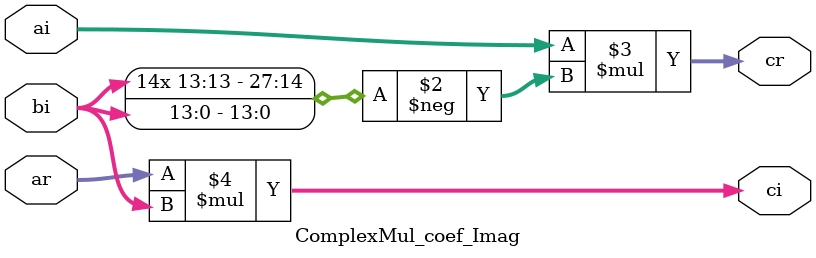
<source format=v>
`timescale 1ns / 100ps


module FFT_11_point_pipe
#(parameter WL=9, WL_out=34)
(   input clk, reset, load,
    input signed [WL-1:0] x0_r, x1_r, x2_r, x3_r, x4_r, x5_r, x6_r, x7_r, x8_r, x9_r, x10_r,
    input signed [WL-1:0] x0_i, x1_i, x2_i, x3_i, x4_i, x5_i, x6_i, x7_i, x8_i, x9_i, x10_i,
    output reg valid,
    output signed [WL_out-1:0] X0_r, X1_r, X2_r, X3_r, X4_r, X5_r, X6_r, X7_r, X8_r, X9_r, X10_r,
    output signed [WL_out-1:0] X0_i, X1_i, X2_i, X3_i, X4_i, X5_i, X6_i, X7_i, X8_i, X9_i, X10_i
    );

/////////////////////////////////////
//        First stage adder        //
/////////////////////////////////////

// first stage adder output
wire signed [9:0] a_n1_s1_r, a_n2_s1_r, a_n3_s1_r, a_n4_s1_r, a_n5_s1_r, a_n6_s1_r, a_n7_s1_r, a_n8_s1_r, a_n9_s1_r, a_n10_s1_r;
wire signed [9:0] a_n1_s1_i, a_n2_s1_i, a_n3_s1_i, a_n4_s1_i, a_n5_s1_i, a_n6_s1_i, a_n7_s1_i, a_n8_s1_i, a_n9_s1_i, a_n10_s1_i;

// first stage adder input inverse
wire signed [8:0] x10_r_inv, x2_r_inv, x7_r_inv, x8_r_inv, x6_r_inv;
wire signed [8:0] x10_i_inv, x2_i_inv, x7_i_inv, x8_i_inv, x6_i_inv;

assign x10_r_inv = -x10_r;
assign x2_r_inv = -x2_r;
assign x7_r_inv = -x7_r;
assign x8_r_inv = -x8_r;
assign x6_r_inv = -x6_r;

assign x10_i_inv = -x10_i;
assign x2_i_inv = -x2_i;
assign x7_i_inv = -x7_i;
assign x8_i_inv = -x8_i;
assign x6_i_inv = -x6_i;

// first stage adder
ComplexAdder #(.WL(9), .WL_out(10)) A_n1_s1 (
    .ar(x1_r), .ai(x1_i), .br(x10_r), .bi(x10_i),
    .cr(a_n1_s1_r), .ci(a_n1_s1_i)
);
ComplexAdder #(.WL(9), .WL_out(10)) A_n2_s1 (
    .ar(x9_r), .ai(x9_i), .br(x2_r), .bi(x2_i),
    .cr(a_n2_s1_r), .ci(a_n2_s1_i)
);
ComplexAdder #(.WL(9), .WL_out(10)) A_n3_s1 (
    .ar(x4_r), .ai(x4_i), .br(x7_r), .bi(x7_i),
    .cr(a_n3_s1_r), .ci(a_n3_s1_i)
);
ComplexAdder #(.WL(9), .WL_out(10)) A_n4_s1 (
    .ar(x3_r), .ai(x3_i), .br(x8_r), .bi(x8_i),
    .cr(a_n4_s1_r), .ci(a_n4_s1_i)
);
ComplexAdder #(.WL(9), .WL_out(10)) A_n5_s1 (
    .ar(x5_r), .ai(x5_i), .br(x6_r), .bi(x6_i),
    .cr(a_n5_s1_r), .ci(a_n5_s1_i)
);
ComplexAdder #(.WL(9), .WL_out(10)) A_n6_s1 (
    .ar(x1_r), .ai(x1_i), .br(x10_r_inv), .bi(x10_i_inv),
    .cr(a_n6_s1_r), .ci(a_n6_s1_i)
);
ComplexAdder #(.WL(9), .WL_out(10)) A_n7_s1 (
    .ar(x9_r), .ai(x9_i), .br(x2_r_inv), .bi(x2_i_inv),
    .cr(a_n7_s1_r), .ci(a_n7_s1_i)
);
ComplexAdder #(.WL(9), .WL_out(10)) A_n8_s1 (
    .ar(x4_r), .ai(x4_i), .br(x7_r_inv), .bi(x7_i_inv),
    .cr(a_n8_s1_r), .ci(a_n8_s1_i)
);
ComplexAdder #(.WL(9), .WL_out(10)) A_n9_s1 (
    .ar(x3_r), .ai(x3_i), .br(x8_r_inv), .bi(x8_i_inv),
    .cr(a_n9_s1_r), .ci(a_n9_s1_i)
);
ComplexAdder #(.WL(9), .WL_out(10)) A_n10_s1 (
    .ar(x5_r), .ai(x5_i), .br(x6_r_inv), .bi(x6_i_inv),
    .cr(a_n10_s1_r), .ci(a_n10_s1_i)
);

/////////////////////////////////////
//       Second stage adder        //
/////////////////////////////////////

// second stage adder tree output
wire signed [10:0] a_n1_1_s2_r, a_n1_2_s2_r, a_n2_1_s2_r, a_n2_2_s2_r;
wire signed [10:0] a_n1_1_s2_i, a_n1_2_s2_i, a_n2_1_s2_i, a_n2_2_s2_i;
wire signed [11:0] a_n1_3_s2_r, a_n2_3_s2_r;
wire signed [11:0] a_n1_3_s2_i, a_n2_3_s2_i;
wire signed [12:0] a_n1_4_s2_r, a_n2_4_s2_r;
wire signed [12:0] a_n1_4_s2_i, a_n2_4_s2_i;

// second stage adder output
wire signed [10:0] a_n3_s2_r, a_n4_s2_r, a_n5_s2_r, a_n6_s2_r, a_n7_s2_r, a_n8_s2_r, a_n9_s2_r, a_n10_s2_r;
wire signed [10:0] a_n3_s2_i, a_n4_s2_i, a_n5_s2_i, a_n6_s2_i, a_n7_s2_i, a_n8_s2_i, a_n9_s2_i, a_n10_s2_i;

// second stage adder input inverse
wire signed [9:0] a_n5_s1_r_inv, a_n10_s1_r_inv;
wire signed [9:0] a_n5_s1_i_inv, a_n10_s1_i_inv;

assign a_n5_s1_r_inv = -a_n5_s1_r;
assign a_n10_s1_r_inv = -a_n10_s1_r;

assign a_n5_s1_i_inv = -a_n5_s1_i;
assign a_n10_s1_i_inv = -a_n10_s1_i;


// second stage adder tree
ComplexAdder #(.WL(10), .WL_out(11)) A_n1_1_s2 (
    .ar(a_n1_s1_r), .ai(a_n1_s1_i), .br(a_n2_s1_r), .bi(a_n2_s1_i),
    .cr(a_n1_1_s2_r), .ci(a_n1_1_s2_i)
);
ComplexAdder #(.WL(10), .WL_out(11)) A_n1_2_s2 (
    .ar(a_n3_s1_r), .ai(a_n3_s1_i), .br(a_n4_s1_r), .bi(a_n4_s1_i),
    .cr(a_n1_2_s2_r), .ci(a_n1_2_s2_i)
);

ComplexAdder #(.WL(10), .WL_out(11)) A_n2_1_s2 (
    .ar(a_n6_s1_r), .ai(a_n6_s1_i), .br(a_n7_s1_r), .bi(a_n7_s1_i),
    .cr(a_n2_1_s2_r), .ci(a_n2_1_s2_i)
);
ComplexAdder #(.WL(10), .WL_out(11)) A_n2_2_s2 (
    .ar(a_n8_s1_r), .ai(a_n8_s1_i), .br(a_n9_s1_r), .bi(a_n9_s1_i),
    .cr(a_n2_2_s2_r), .ci(a_n2_2_s2_i)
);

//A_n1_3_s2 A_n1_4_s2 A_n2_3_s2 A_n2_4_s2 are moved after pipline stage 01


// second stage adder
ComplexAdder #(.WL(10), .WL_out(11)) A_n3_s2 (
    .ar(a_n1_s1_r), .ai(a_n1_s1_i), .br(a_n5_s1_r_inv), .bi(a_n5_s1_i_inv),
    .cr(a_n3_s2_r), .ci(a_n3_s2_i)
);
ComplexAdder #(.WL(10), .WL_out(11)) A_n4_s2 (
    .ar(a_n2_s1_r), .ai(a_n2_s1_i), .br(a_n5_s1_r_inv), .bi(a_n5_s1_i_inv),
    .cr(a_n4_s2_r), .ci(a_n4_s2_i)
);
ComplexAdder #(.WL(10), .WL_out(11)) A_n5_s2 (
    .ar(a_n3_s1_r), .ai(a_n3_s1_i), .br(a_n5_s1_r_inv), .bi(a_n5_s1_i_inv),
    .cr(a_n5_s2_r), .ci(a_n5_s2_i)
);
ComplexAdder #(.WL(10), .WL_out(11)) A_n6_s2 (
    .ar(a_n4_s1_r), .ai(a_n4_s1_i), .br(a_n5_s1_r_inv), .bi(a_n5_s1_i_inv),
    .cr(a_n6_s2_r), .ci(a_n6_s2_i)
);
ComplexAdder #(.WL(10), .WL_out(11)) A_n7_s2 (
    .ar(a_n9_s1_r), .ai(a_n9_s1_i), .br(a_n10_s1_r_inv), .bi(a_n10_s1_i_inv),
    .cr(a_n7_s2_r), .ci(a_n7_s2_i)
);
ComplexAdder #(.WL(10), .WL_out(11)) A_n8_s2 (
    .ar(a_n8_s1_r), .ai(a_n8_s1_i), .br(a_n10_s1_r_inv), .bi(a_n10_s1_i_inv),
    .cr(a_n8_s2_r), .ci(a_n8_s2_i)
);
ComplexAdder #(.WL(10), .WL_out(11)) A_n9_s2 (
    .ar(a_n7_s1_r), .ai(a_n7_s1_i), .br(a_n10_s1_r_inv), .bi(a_n10_s1_i_inv),
    .cr(a_n9_s2_r), .ci(a_n9_s2_i)
);
ComplexAdder #(.WL(10), .WL_out(11)) A_n10_s2 (
    .ar(a_n6_s1_r), .ai(a_n6_s1_i), .br(a_n10_s1_r_inv), .bi(a_n10_s1_i_inv),
    .cr(a_n10_s2_r), .ci(a_n10_s2_i)
);

/////////////////////////////////////
//        Pipeline stage 01        //
/////////////////////////////////////
// Pipeline output  Stage01
reg signed [10:0] a_n3_s2_r_d, a_n4_s2_r_d, a_n5_s2_r_d, a_n6_s2_r_d, a_n7_s2_r_d, a_n8_s2_r_d, a_n9_s2_r_d, a_n10_s2_r_d;
reg signed [10:0] a_n3_s2_i_d, a_n4_s2_i_d, a_n5_s2_i_d, a_n6_s2_i_d, a_n7_s2_i_d, a_n8_s2_i_d, a_n9_s2_i_d, a_n10_s2_i_d;
reg signed [10:0] a_n1_1_s2_r_d, a_n1_2_s2_r_d, a_n2_1_s2_r_d, a_n2_2_s2_r_d;
reg signed [10:0] a_n1_1_s2_i_d, a_n1_2_s2_i_d, a_n2_1_s2_i_d, a_n2_2_s2_i_d;
reg signed [9:0] a_n5_s1_r_d, a_n10_s1_r_d;
reg signed [9:0] a_n5_s1_i_d, a_n10_s1_i_d;
reg signed [WL-1:0] x0_r_d;
reg signed [WL-1:0] x0_i_d;

always @ (posedge clk) begin
    if (reset) begin
        a_n3_s2_r_d <= 0;
        a_n4_s2_r_d <= 0;
        a_n5_s2_r_d <= 0;
        a_n6_s2_r_d <= 0;
        a_n7_s2_r_d <= 0;
        a_n8_s2_r_d <= 0;
        a_n9_s2_r_d <= 0;
        a_n10_s2_r_d <= 0;
        a_n3_s2_i_d <= 0;
        a_n4_s2_i_d <= 0;
        a_n5_s2_i_d <= 0;
        a_n6_s2_i_d <= 0;
        a_n7_s2_i_d <= 0;
        a_n8_s2_i_d <= 0;
        a_n9_s2_i_d <= 0;
        a_n10_s2_i_d <= 0;
        a_n1_1_s2_r_d <= 0;
        a_n1_2_s2_r_d <= 0;
        a_n2_1_s2_r_d <= 0;
        a_n2_2_s2_r_d <= 0;
        a_n1_1_s2_i_d <= 0;
        a_n1_2_s2_i_d <= 0;
        a_n2_1_s2_i_d <= 0;
        a_n2_2_s2_i_d <= 0;
        a_n5_s1_r_d <= 0;
        a_n10_s1_r_d <= 0;
        a_n5_s1_i_d <= 0;
        a_n10_s1_i_d <= 0;
        x0_r_d <= 0;
        x0_i_d <= 0;
    end
    else begin
        a_n3_s2_r_d <= a_n3_s2_r;
        a_n4_s2_r_d <= a_n4_s2_r;
        a_n5_s2_r_d <= a_n5_s2_r;
        a_n6_s2_r_d <= a_n6_s2_r;
        a_n7_s2_r_d <= a_n7_s2_r;
        a_n8_s2_r_d <= a_n8_s2_r;
        a_n9_s2_r_d <= a_n9_s2_r;
        a_n10_s2_r_d <= a_n10_s2_r;
        a_n3_s2_i_d <= a_n3_s2_i;
        a_n4_s2_i_d <= a_n4_s2_i;
        a_n5_s2_i_d <= a_n5_s2_i;
        a_n6_s2_i_d <= a_n6_s2_i;
        a_n7_s2_i_d <= a_n7_s2_i;
        a_n8_s2_i_d <= a_n8_s2_i;
        a_n9_s2_i_d <= a_n9_s2_i;
        a_n10_s2_i_d <= a_n10_s2_i;
        a_n1_1_s2_r_d <= a_n1_1_s2_r;
        a_n1_2_s2_r_d <= a_n1_2_s2_r;
        a_n2_1_s2_r_d <= a_n2_1_s2_r;
        a_n2_2_s2_r_d <= a_n2_2_s2_r;
        a_n1_1_s2_i_d <= a_n1_1_s2_i;
        a_n1_2_s2_i_d <= a_n1_2_s2_i;
        a_n2_1_s2_i_d <= a_n2_1_s2_i;
        a_n2_2_s2_i_d <= a_n2_2_s2_i;
        a_n5_s1_r_d <= a_n5_s1_r;
        a_n10_s1_r_d <= a_n10_s1_r;
        a_n5_s1_i_d <= a_n5_s1_i;
        a_n10_s1_i_d <= a_n10_s1_i;
        x0_r_d <= x0_r;
        x0_i_d <= x0_i;
    end
end



ComplexAdder #(.WL(11), .WL_out(12)) A_n1_3_s2 (
    .ar(a_n1_1_s2_r_d), .ai(a_n1_1_s2_i_d), .br(a_n1_2_s2_r_d), .bi(a_n1_2_s2_i_d),
    .cr(a_n1_3_s2_r), .ci(a_n1_3_s2_i)
);
ComplexAdder #(.WL(12), .WL_out(13)) A_n1_4_s2 (
    .ar(a_n1_3_s2_r), .ai(a_n1_3_s2_i), .br({{2{a_n5_s1_r_d[9]}},a_n5_s1_r_d}), .bi({{2{a_n5_s1_i_d[9]}},a_n5_s1_i_d}),
    .cr(a_n1_4_s2_r), .ci(a_n1_4_s2_i)
);
ComplexAdder #(.WL(11), .WL_out(12)) A_n2_3_s2 (
    .ar(a_n2_1_s2_r_d), .ai(a_n2_1_s2_i_d), .br(a_n2_2_s2_r_d), .bi(a_n2_2_s2_i_d),
    .cr(a_n2_3_s2_r), .ci(a_n2_3_s2_i)
);
ComplexAdder #(.WL(12), .WL_out(13)) A_n2_4_s2 (
    .ar(a_n2_3_s2_r), .ai(a_n2_3_s2_i), .br({{2{a_n10_s1_r_d[9]}},a_n10_s1_r_d}), .bi({{2{a_n10_s1_i_d[9]}},a_n10_s1_i_d}),
    .cr(a_n2_4_s2_r), .ci(a_n2_4_s2_i)
);

/////////////////////////////////////
//        Third stage adder        //
/////////////////////////////////////

// third stage adder output
wire signed [11:0] a_n1_s3_r, a_n2_s3_r, a_n3_s3_r, a_n4_s3_r;
wire signed [11:0] a_n1_s3_i, a_n2_s3_i, a_n3_s3_i, a_n4_s3_i;

// third stage adder
ComplexAdder #(.WL(11), .WL_out(12)) A_n1_s3 (
    .ar(a_n3_s2_r_d), .ai(a_n3_s2_i_d), .br(a_n5_s2_r_d), .bi(a_n5_s2_i_d),
    .cr(a_n1_s3_r), .ci(a_n1_s3_i)
);
ComplexAdder #(.WL(11), .WL_out(12)) A_n2_s3 (
    .ar(a_n4_s2_r_d), .ai(a_n4_s2_i_d), .br(a_n6_s2_r_d), .bi(a_n6_s2_i_d),
    .cr(a_n2_s3_r), .ci(a_n2_s3_i)
);
ComplexAdder #(.WL(11), .WL_out(12)) A_n3_s3 (
    .ar(a_n7_s2_r_d), .ai(a_n7_s2_i_d), .br(a_n9_s2_r_d), .bi(a_n9_s2_i_d),
    .cr(a_n3_s3_r), .ci(a_n3_s3_i)
);
ComplexAdder #(.WL(11), .WL_out(12)) A_n4_s3 (
    .ar(a_n8_s2_r_d), .ai(a_n8_s2_i_d), .br(a_n10_s2_r_d), .bi(a_n10_s2_i_d),
    .cr(a_n4_s3_r), .ci(a_n4_s3_i)
);

/////////////////////////////////////
//        Forth stage adder        //
/////////////////////////////////////

// forth stage adder output
wire signed [13:0] a_n1_s4_r;
wire signed [13:0] a_n1_s4_i;
wire signed [12:0] a_n2_s4_r, a_n3_s4_r, a_n4_s4_r, a_n5_s4_r, a_n6_s4_r, a_n7_s4_r;
wire signed [12:0] a_n2_s4_i, a_n3_s4_i, a_n4_s4_i, a_n5_s4_i, a_n6_s4_i, a_n7_s4_i;

// forth stage adder
ComplexAdder #(.WL(13), .WL_out(14)) A_n1_s4 (
    .ar({{4{x0_r_d[8]}},x0_r_d}), .ai({{4{x0_i_d[8]}},x0_i_d}), .br(a_n1_4_s2_r), .bi(a_n1_4_s2_i),
    .cr(a_n1_s4_r), .ci(a_n1_s4_i)
);
ComplexAdder #(.WL(11), .WL_out(13)) A_n2_s4 (
    .ar(a_n3_s2_r_d), .ai(a_n3_s2_i_d), .br(a_n4_s2_r_d), .bi(a_n4_s2_i_d),
    .cr(a_n2_s4_r), .ci(a_n2_s4_i)
);
ComplexAdder #(.WL(11), .WL_out(13)) A_n3_s4 (
    .ar(a_n5_s2_r_d), .ai(a_n5_s2_i_d), .br(a_n6_s2_r_d), .bi(a_n6_s2_i_d),
    .cr(a_n3_s4_r), .ci(a_n3_s4_i)
);
ComplexAdder #(.WL(12), .WL_out(13)) A_n4_s4 (
    .ar(a_n1_s3_r), .ai(a_n1_s3_i), .br(a_n2_s3_r), .bi(a_n2_s3_i),
    .cr(a_n4_s4_r), .ci(a_n4_s4_i)
);
ComplexAdder #(.WL(12), .WL_out(13)) A_n5_s4 (
    .ar(a_n3_s3_r), .ai(a_n3_s3_i), .br(a_n4_s3_r), .bi(a_n4_s3_i),
    .cr(a_n5_s4_r), .ci(a_n5_s4_i)
);
ComplexAdder #(.WL(11), .WL_out(13)) A_n6_s4 (
    .ar(a_n7_s2_r_d), .ai(a_n7_s2_i_d), .br(a_n8_s2_r_d), .bi(a_n8_s2_i_d),
    .cr(a_n6_s4_r), .ci(a_n6_s4_i)
);
ComplexAdder #(.WL(11), .WL_out(13)) A_n7_s4 (
    .ar(a_n9_s2_r_d), .ai(a_n9_s2_i_d), .br(a_n10_s2_r_d), .bi(a_n10_s2_i_d),
    .cr(a_n7_s4_r), .ci(a_n7_s4_i)
);

/////////////////////////////////////
//        Pipeline stage 02        //
/////////////////////////////////////

// Pipeline output  Stage01
reg signed [13:0] a_n1_s4_r_d;
reg signed [13:0] a_n1_s4_i_d;
reg signed [12:0] a_n2_s4_r_d, a_n3_s4_r_d, a_n4_s4_r_d, a_n5_s4_r_d, a_n6_s4_r_d, a_n7_s4_r_d;
reg signed [12:0] a_n2_s4_i_d, a_n3_s4_i_d, a_n4_s4_i_d, a_n5_s4_i_d, a_n6_s4_i_d, a_n7_s4_i_d;
reg signed [12:0] a_n1_4_s2_r_d, a_n2_4_s2_r_d;
reg signed [12:0] a_n1_4_s2_i_d, a_n2_4_s2_i_d;
reg signed [10:0] a_n3_s2_r_d_d, a_n4_s2_r_d_d, a_n5_s2_r_d_d, a_n6_s2_r_d_d, a_n7_s2_r_d_d, a_n8_s2_r_d_d, a_n9_s2_r_d_d, a_n10_s2_r_d_d;
reg signed [10:0] a_n3_s2_i_d_d, a_n4_s2_i_d_d, a_n5_s2_i_d_d, a_n6_s2_i_d_d, a_n7_s2_i_d_d, a_n8_s2_i_d_d, a_n9_s2_i_d_d, a_n10_s2_i_d_d;
reg signed [11:0] a_n1_s3_r_d, a_n2_s3_r_d, a_n3_s3_r_d, a_n4_s3_r_d;
reg signed [11:0] a_n1_s3_i_d, a_n2_s3_i_d, a_n3_s3_i_d, a_n4_s3_i_d;

always @ (posedge clk) begin
    if (reset) begin
        a_n1_s4_r_d <= 0;
        a_n1_s4_i_d <= 0;
        a_n2_s4_r_d <= 0;
        a_n3_s4_r_d <= 0;
        a_n4_s4_r_d <= 0;
        a_n5_s4_r_d <= 0;
        a_n6_s4_r_d <= 0;
        a_n7_s4_r_d <= 0;
        a_n2_s4_i_d <= 0;
        a_n3_s4_i_d <= 0;
        a_n4_s4_i_d <= 0;
        a_n5_s4_i_d <= 0;
        a_n6_s4_i_d <= 0;
        a_n7_s4_i_d <= 0;
        a_n1_4_s2_r_d <= 0;
        a_n2_4_s2_r_d <= 0;
        a_n1_4_s2_i_d <= 0;
        a_n2_4_s2_i_d <= 0;
        a_n3_s2_r_d_d <= 0;
        a_n4_s2_r_d_d <= 0;
        a_n5_s2_r_d_d <= 0;
        a_n6_s2_r_d_d <= 0;
        a_n7_s2_r_d_d <= 0;
        a_n8_s2_r_d_d <= 0;
        a_n9_s2_r_d_d <= 0;
        a_n10_s2_r_d_d <= 0;
        a_n3_s2_i_d_d <= 0;
        a_n4_s2_i_d_d <= 0;
        a_n5_s2_i_d_d <= 0;
        a_n6_s2_i_d_d <= 0;
        a_n7_s2_i_d_d <= 0;
        a_n8_s2_i_d_d <= 0;
        a_n9_s2_i_d_d <= 0;
        a_n10_s2_i_d_d <= 0;
        a_n1_s3_r_d <= 0;
        a_n2_s3_r_d <= 0;
        a_n3_s3_r_d <= 0;
        a_n4_s3_r_d <= 0;
        a_n1_s3_i_d <= 0;
        a_n2_s3_i_d <= 0;
        a_n3_s3_i_d <= 0;
        a_n4_s3_i_d <= 0;
    end
    else begin
        a_n1_s4_r_d <= a_n1_s4_r;
        a_n1_s4_i_d <= a_n1_s4_i;
        a_n2_s4_r_d <= a_n2_s4_r;
        a_n3_s4_r_d <= a_n3_s4_r;
        a_n4_s4_r_d <= a_n4_s4_r;
        a_n5_s4_r_d <= a_n5_s4_r;
        a_n6_s4_r_d <= a_n6_s4_r;
        a_n7_s4_r_d <= a_n7_s4_r;
        a_n2_s4_i_d <= a_n2_s4_i;
        a_n3_s4_i_d <= a_n3_s4_i;
        a_n4_s4_i_d <= a_n4_s4_i;
        a_n5_s4_i_d <= a_n5_s4_i;
        a_n6_s4_i_d <= a_n6_s4_i;
        a_n7_s4_i_d <= a_n7_s4_i;
        a_n1_4_s2_r_d <= a_n1_4_s2_r;
        a_n2_4_s2_r_d <= a_n2_4_s2_r;
        a_n1_4_s2_i_d <= a_n1_4_s2_i;
        a_n2_4_s2_i_d <= a_n2_4_s2_i;
        a_n3_s2_r_d_d <= a_n3_s2_r_d;
        a_n4_s2_r_d_d <= a_n4_s2_r_d;
        a_n5_s2_r_d_d <= a_n5_s2_r_d;
        a_n6_s2_r_d_d <= a_n6_s2_r_d;
        a_n7_s2_r_d_d <= a_n7_s2_r_d;
        a_n8_s2_r_d_d <= a_n8_s2_r_d;
        a_n9_s2_r_d_d <= a_n9_s2_r_d;
        a_n10_s2_r_d_d <= a_n10_s2_r_d;
        a_n3_s2_i_d_d <= a_n3_s2_i_d;
        a_n4_s2_i_d_d <= a_n4_s2_i_d;
        a_n5_s2_i_d_d <= a_n5_s2_i_d;
        a_n6_s2_i_d_d <= a_n6_s2_i_d;
        a_n7_s2_i_d_d <= a_n7_s2_i_d;
        a_n8_s2_i_d_d <= a_n8_s2_i_d;
        a_n9_s2_i_d_d <= a_n9_s2_i_d;
        a_n10_s2_i_d_d <= a_n10_s2_i_d;
        a_n1_s3_r_d <= a_n1_s3_r;
        a_n2_s3_r_d <= a_n2_s3_r;
        a_n3_s3_r_d <= a_n3_s3_r;
        a_n4_s3_r_d <= a_n4_s3_r;
        a_n1_s3_i_d <= a_n1_s3_i;
        a_n2_s3_i_d <= a_n2_s3_i;
        a_n3_s3_i_d <= a_n3_s3_i;
        a_n4_s3_i_d <= a_n4_s3_i;
    end
end

/////////////////////////////////////
//         Multiplier stage        //
/////////////////////////////////////

// multiplier coefficients

wire signed [14:0] W1, W2, W3, W4, W5, W6, W7, W8, W9, W10,
                   W11, W12, W13, W14, W15, W16, W17, W18, W19, W20;

assign  W1 = 15'b110111001100111;
assign  W2 = 15'b000010101001110;
assign  W3 = 15'b000010000001100;
assign  W4 = 15'b110101101100100;
assign  W5 = 15'b000010011011111;
assign  W6 = 15'b111100110111110;
assign  W7 = 15'b101001000010001;
assign  W8 = 15'b001010111111111;
assign  W9 = 15'b000110100010011;
assign  W10 = 15'b001110011001111;
assign  W11 = 15'b111001001000000;
assign  W20 = 15'b101101000000111;
assign  W19 = 15'b111111110011011;
assign  W18 = 15'b000011110010101;
assign  W17 = 15'b000101111011111;
assign  W16 = 15'b001011010000000;
assign  W15 = 15'b110110011110001;
assign  W14 = 15'b000101101010100;
assign  W13 = 15'b000010000100100;
assign  W12 = 15'b111111100110100;

// multiplier output
wire signed [27:0] m_n1_r, m_n2_r, m_n3_r, m_n4_r, m_n5_r, m_n6_r, m_n7_r, m_n8_r, m_n9_r, m_n10_r,
                   m_n11_r, m_n12_r, m_n13_r, m_n14_r, m_n15_r, m_n16_r, m_n17_r, m_n18_r, m_n19_r, m_n20_r;
wire signed [27:0] m_n1_i, m_n2_i, m_n3_i, m_n4_i, m_n5_i, m_n6_i, m_n7_i, m_n8_i, m_n9_i, m_n10_i,
                   m_n11_i, m_n12_i, m_n13_i, m_n14_i, m_n15_i, m_n16_i, m_n17_i, m_n18_i, m_n19_i, m_n20_i;

// multiplier
ComplexMul_coef_Real #(.WL(15), .WL_out(28)) M_n1 (   
    .ar({{2{a_n1_4_s2_r_d[12]}},a_n1_4_s2_r_d}), .ai({{2{a_n1_4_s2_i_d[12]}},a_n1_4_s2_i_d}), .br(W1),
    .cr(m_n1_r), .ci(m_n1_i)
);
ComplexMul_coef_Imag #(.WL(15), .WL_out(28)) M_n2 (   
    .ar({{2{a_n2_4_s2_r_d[12]}},a_n2_4_s2_r_d}), .ai({{2{a_n2_4_s2_i_d[12]}},a_n2_4_s2_i_d}), .bi(W2),
    .cr(m_n2_r), .ci(m_n2_i)
);
ComplexMul_coef_Real #(.WL(15), .WL_out(28)) M_n3 (   
    .ar({{4{a_n3_s2_r_d_d[10]}},a_n3_s2_r_d_d}), .ai({{4{a_n3_s2_i_d_d[10]}},a_n3_s2_i_d_d}), .br(W3),
    .cr(m_n3_r), .ci(m_n3_i)
);
ComplexMul_coef_Real #(.WL(15), .WL_out(28)) M_n4 (   
    .ar({{4{a_n4_s2_r_d_d[10]}},a_n4_s2_r_d_d}), .ai({{4{a_n4_s2_i_d_d[10]}},a_n4_s2_i_d_d}), .br(W4),
    .cr(m_n4_r), .ci(m_n4_i)
);
ComplexMul_coef_Real #(.WL(15), .WL_out(28)) M_n5 (   
    .ar({{2{a_n2_s4_r_d[12]}},a_n2_s4_r_d}), .ai({{2{a_n2_s4_i_d[12]}},a_n2_s4_i_d}), .br(W5),
    .cr(m_n5_r), .ci(m_n5_i)
);
ComplexMul_coef_Real #(.WL(15), .WL_out(28)) M_n6 (   
    .ar({{4{a_n5_s2_r_d_d[10]}},a_n5_s2_r_d_d}), .ai({{4{a_n5_s2_i_d_d[10]}},a_n5_s2_i_d_d}), .br(W6),
    .cr(m_n6_r), .ci(m_n6_i)
);
ComplexMul_coef_Real #(.WL(15), .WL_out(28)) M_n7 (   
    .ar({{4{a_n6_s2_r_d_d[10]}},a_n6_s2_r_d_d}), .ai({{4{a_n6_s2_i_d_d[10]}},a_n6_s2_i_d_d}), .br(W7),
    .cr(m_n7_r), .ci(m_n7_i)
);
ComplexMul_coef_Real #(.WL(15), .WL_out(28)) M_n8 (   
    .ar({{2{a_n3_s4_r_d[12]}},a_n3_s4_r_d}), .ai({{2{a_n3_s4_i_d[12]}},a_n3_s4_i_d}), .br(W8),
    .cr(m_n8_r), .ci(m_n8_i)
);
ComplexMul_coef_Real #(.WL(15), .WL_out(28)) M_n9 (   
    .ar({{3{a_n1_s3_r_d[11]}},a_n1_s3_r_d}), .ai({{3{a_n1_s3_i_d[11]}},a_n1_s3_i_d}), .br(W9),
    .cr(m_n9_r), .ci(m_n9_i)
);
ComplexMul_coef_Real #(.WL(15), .WL_out(28)) M_n10 (   
    .ar({{3{a_n2_s3_r_d[11]}},a_n2_s3_r_d}), .ai({{3{a_n2_s3_i_d[11]}},a_n2_s3_i_d}), .br(W10),
    .cr(m_n10_r), .ci(m_n10_i)
);
ComplexMul_coef_Real #(.WL(15), .WL_out(28)) M_n11 (   
    .ar({{2{a_n4_s4_r_d[12]}},a_n4_s4_r_d}), .ai({{2{a_n4_s4_i_d[12]}},a_n4_s4_i_d}), .br(W11),
    .cr(m_n11_r), .ci(m_n11_i)
);
ComplexMul_coef_Imag #(.WL(15), .WL_out(28)) M_n12 (   
    .ar({{2{a_n5_s4_r_d[12]}},a_n5_s4_r_d}), .ai({{2{a_n5_s4_i_d[12]}},a_n5_s4_i_d}), .bi(W12),
    .cr(m_n12_r), .ci(m_n12_i)
);
ComplexMul_coef_Imag #(.WL(15), .WL_out(28)) M_n13 (   
    .ar({{3{a_n3_s3_r_d[11]}},a_n3_s3_r_d}), .ai({{3{a_n3_s3_i_d[11]}},a_n3_s3_i_d}), .bi(W13),
    .cr(m_n13_r), .ci(m_n13_i)
);
ComplexMul_coef_Imag #(.WL(15), .WL_out(28)) M_n14 (   
    .ar({{3{a_n4_s3_r_d[11]}},a_n4_s3_r_d}), .ai({{3{a_n4_s3_i_d[11]}},a_n4_s3_i_d}), .bi(W14),
    .cr(m_n14_r), .ci(m_n14_i)
);
ComplexMul_coef_Imag #(.WL(15), .WL_out(28)) M_n15 (   
    .ar({{2{a_n6_s4_r_d[12]}},a_n6_s4_r_d}), .ai({{2{a_n6_s4_i_d[12]}},a_n6_s4_i_d}), .bi(W15),
    .cr(m_n15_r), .ci(m_n15_i)
);
ComplexMul_coef_Imag #(.WL(15), .WL_out(28)) M_n16 (   
    .ar({{4{a_n7_s2_r_d_d[10]}},a_n7_s2_r_d_d}), .ai({{4{a_n7_s2_i_d_d[10]}},a_n7_s2_i_d_d}), .bi(W16),
    .cr(m_n16_r), .ci(m_n16_i)
);
ComplexMul_coef_Imag #(.WL(15), .WL_out(28)) M_n17 (   
    .ar({{4{a_n8_s2_r_d_d[10]}},a_n8_s2_r_d_d}), .ai({{4{a_n8_s2_i_d_d[10]}},a_n8_s2_i_d_d}), .bi(W17),
    .cr(m_n17_r), .ci(m_n17_i)
);
ComplexMul_coef_Imag #(.WL(15), .WL_out(28)) M_n18 (   
    .ar({{2{a_n7_s4_r_d[12]}},a_n7_s4_r_d}), .ai({{2{a_n7_s4_i_d[12]}},a_n7_s4_i_d}), .bi(W18),
    .cr(m_n18_r), .ci(m_n18_i)
);
ComplexMul_coef_Imag #(.WL(15), .WL_out(28)) M_n19 (   
    .ar({{4{a_n9_s2_r_d_d[10]}},a_n9_s2_r_d_d}), .ai({{4{a_n9_s2_i_d_d[10]}},a_n9_s2_i_d_d}), .bi(W19),
    .cr(m_n19_r), .ci(m_n19_i)
);
ComplexMul_coef_Imag #(.WL(15), .WL_out(28)) M_n20 (   
    .ar({{4{a_n10_s2_r_d_d[10]}},a_n10_s2_r_d_d}), .ai({{4{a_n10_s2_i_d_d[10]}},a_n10_s2_i_d_d}), .bi(W20),
    .cr(m_n20_r), .ci(m_n20_i)
);

/////////////////////////////////////
//        Pipeline stage 03        //
/////////////////////////////////////

// Pipeline output  Stage01
reg signed [27:0] m_n1_r_d, m_n2_r_d, m_n3_r_d, m_n4_r_d, m_n5_r_d, m_n6_r_d, m_n7_r_d, m_n8_r_d, m_n9_r_d, m_n10_r_d,
                   m_n11_r_d, m_n12_r_d, m_n13_r_d, m_n14_r_d, m_n15_r_d, m_n16_r_d, m_n17_r_d, m_n18_r_d, m_n19_r_d, m_n20_r_d;
reg signed [27:0] m_n1_i_d, m_n2_i_d, m_n3_i_d, m_n4_i_d, m_n5_i_d, m_n6_i_d, m_n7_i_d, m_n8_i_d, m_n9_i_d, m_n10_i_d,
                   m_n11_i_d, m_n12_i_d, m_n13_i_d, m_n14_i_d, m_n15_i_d, m_n16_i_d, m_n17_i_d, m_n18_i_d, m_n19_i_d, m_n20_i_d;
reg signed [13:0] a_n1_s4_r_d_d;
reg signed [13:0] a_n1_s4_i_d_d;

always @ (posedge clk) begin
    if (reset) begin
        m_n1_r_d <= 0;
        m_n2_r_d <= 0;
        m_n3_r_d <= 0;
        m_n4_r_d <= 0;
        m_n5_r_d <= 0;
        m_n6_r_d <= 0;
        m_n7_r_d <= 0;
        m_n8_r_d <= 0;
        m_n9_r_d <= 0;
        m_n10_r_d <= 0; 
        m_n11_r_d <= 0;
        m_n12_r_d <= 0;
        m_n13_r_d <= 0;
        m_n14_r_d <= 0;
        m_n15_r_d <= 0;
        m_n16_r_d <= 0;
        m_n17_r_d <= 0;
        m_n18_r_d <= 0;
        m_n19_r_d <= 0;
        m_n20_r_d <= 0;
        m_n1_i_d <= 0;
        m_n2_i_d <= 0;
        m_n3_i_d <= 0;
        m_n4_i_d <= 0;
        m_n5_i_d <= 0;
        m_n6_i_d <= 0;
        m_n7_i_d <= 0;
        m_n8_i_d <= 0;
        m_n9_i_d <= 0;
        m_n10_i_d <= 0;
        m_n11_i_d <= 0;
        m_n12_i_d <= 0;
        m_n13_i_d <= 0;
        m_n14_i_d <= 0;
        m_n15_i_d <= 0;
        m_n16_i_d <= 0;
        m_n17_i_d <= 0;
        m_n18_i_d <= 0;
        m_n19_i_d <= 0;
        m_n20_i_d <= 0;
        a_n1_s4_r_d_d <= 0;
        a_n1_s4_i_d_d <= 0;
    end
    else begin
        m_n1_r_d <= m_n1_r;
        m_n2_r_d <= m_n2_r;
        m_n3_r_d <= m_n3_r;
        m_n4_r_d <= m_n4_r;
        m_n5_r_d <= m_n5_r;
        m_n6_r_d <= m_n6_r;
        m_n7_r_d <= m_n7_r;
        m_n8_r_d <= m_n8_r;
        m_n9_r_d <= m_n9_r;
        m_n10_r_d <= m_n10_r;
        m_n11_r_d <= m_n11_r;
        m_n12_r_d <= m_n12_r;
        m_n13_r_d <= m_n13_r;
        m_n14_r_d <= m_n14_r;
        m_n15_r_d <= m_n15_r;
        m_n16_r_d <= m_n16_r;
        m_n17_r_d <= m_n17_r;
        m_n18_r_d <= m_n18_r;
        m_n19_r_d <= m_n19_r;
        m_n20_r_d <= m_n20_r;
        m_n1_i_d <= m_n1_i;
        m_n2_i_d <= m_n2_i;
        m_n3_i_d <= m_n3_i;
        m_n4_i_d <= m_n4_i;
        m_n5_i_d <= m_n5_i;
        m_n6_i_d <= m_n6_i;
        m_n7_i_d <= m_n7_i;
        m_n8_i_d <= m_n8_i;
        m_n9_i_d <= m_n9_i;
        m_n10_i_d <= m_n10_i;
        m_n11_i_d <= m_n11_i;
        m_n12_i_d <= m_n12_i;
        m_n13_i_d <= m_n13_i;
        m_n14_i_d <= m_n14_i;
        m_n15_i_d <= m_n15_i;
        m_n16_i_d <= m_n16_i;
        m_n17_i_d <= m_n17_i;
        m_n18_i_d <= m_n18_i;
        m_n19_i_d <= m_n19_i;
        m_n20_i_d <= m_n20_i;
        a_n1_s4_r_d_d <= a_n1_s4_r_d;
        a_n1_s4_i_d_d <= a_n1_s4_i_d;
    end
end

/////////////////////////////////////
//        Fifth stage adder        //
/////////////////////////////////////

// fifth stage adder output
wire signed [28:0] a_n1_s5_r, a_n2_s5_r, a_n3_s5_r, a_n4_s5_r, a_n5_s5_r, a_n6_s5_r, a_n7_s5_r, a_n8_s5_r, a_n9_s5_r, a_n10_s5_r, a_n11_s5_r, a_n12_s5_r;
wire signed [28:0] a_n1_s5_i, a_n2_s5_i, a_n3_s5_i, a_n4_s5_i, a_n5_s5_i, a_n6_s5_i, a_n7_s5_i, a_n8_s5_i, a_n9_s5_i, a_n10_s5_i, a_n11_s5_i, a_n12_s5_i;

// fifth stage adder
ComplexAdder #(.WL(28), .WL_out(29)) A_n1_s5 (
    .ar(m_n3_r_d), .ai(m_n3_i_d), .br(m_n9_r_d), .bi(m_n9_i_d),
    .cr(a_n1_s5_r), .ci(a_n1_s5_i)
);
ComplexAdder #(.WL(28), .WL_out(29)) A_n2_s5 (
    .ar(m_n6_r_d), .ai(m_n6_i_d), .br(m_n9_r_d), .bi(m_n9_i_d),
    .cr(a_n2_s5_r), .ci(a_n2_s5_i)
);
ComplexAdder #(.WL(28), .WL_out(29)) A_n3_s5 (
    .ar(m_n4_r_d), .ai(m_n4_i_d), .br(m_n10_r_d), .bi(m_n10_i_d),
    .cr(a_n3_s5_r), .ci(a_n3_s5_i)
);
ComplexAdder #(.WL(28), .WL_out(29)) A_n4_s5 (
    .ar(m_n7_r_d), .ai(m_n7_i_d), .br(m_n10_r_d), .bi(m_n10_i_d),
    .cr(a_n4_s5_r), .ci(a_n4_s5_i)
);
ComplexAdder #(.WL(28), .WL_out(29)) A_n5_s5 (
    .ar(m_n5_r_d), .ai(m_n5_i_d), .br(m_n11_r_d), .bi(m_n11_i_d),
    .cr(a_n5_s5_r), .ci(a_n5_s5_i)
);
ComplexAdder #(.WL(28), .WL_out(29)) A_n6_s5 (
    .ar(m_n8_r_d), .ai(m_n8_i_d), .br(m_n11_r_d), .bi(m_n11_i_d),
    .cr(a_n6_s5_r), .ci(a_n6_s5_i)
);
ComplexAdder #(.WL(28), .WL_out(29)) A_n7_s5 (
    .ar(m_n12_r_d), .ai(m_n12_i_d), .br(m_n15_r_d), .bi(m_n15_i_d),
    .cr(a_n7_s5_r), .ci(a_n7_s5_i)
);
ComplexAdder #(.WL(28), .WL_out(29)) A_n8_s5 (
    .ar(m_n12_r_d), .ai(m_n12_i_d), .br(m_n18_r_d), .bi(m_n18_i_d),
    .cr(a_n8_s5_r), .ci(a_n8_s5_i)
);
ComplexAdder #(.WL(28), .WL_out(29)) A_n9_s5 (
    .ar(m_n13_r_d), .ai(m_n13_i_d), .br(m_n16_r_d), .bi(m_n16_i_d),
    .cr(a_n9_s5_r), .ci(a_n9_s5_i)
);
ComplexAdder #(.WL(28), .WL_out(29)) A_n10_s5 (
    .ar(m_n13_r_d), .ai(m_n13_i_d), .br(m_n19_r_d), .bi(m_n19_i_d),
    .cr(a_n10_s5_r), .ci(a_n10_s5_i)
);
ComplexAdder #(.WL(28), .WL_out(29)) A_n11_s5 (
    .ar(m_n14_r_d), .ai(m_n14_i_d), .br(m_n17_r_d), .bi(m_n17_i_d),
    .cr(a_n11_s5_r), .ci(a_n11_s5_i)
);
ComplexAdder #(.WL(28), .WL_out(29)) A_n12_s5 (
    .ar(m_n14_r_d), .ai(m_n14_i_d), .br(m_n20_r_d), .bi(m_n20_i_d),
    .cr(a_n12_s5_r), .ci(a_n12_s5_i)
);

/////////////////////////////////////
//        Sixth stage adder        //
/////////////////////////////////////

// sixth stage adder output
wire signed [28:0] a_n1_s6_r;
wire signed [28:0] a_n1_s6_i;
wire signed [29:0] a_n2_s6_r, a_n3_s6_r, a_n4_s6_r, a_n5_s6_r, a_n6_s6_r, a_n7_s6_r, a_n8_s6_r, a_n9_s6_r;
wire signed [29:0] a_n2_s6_i, a_n3_s6_i, a_n4_s6_i, a_n5_s6_i, a_n6_s6_i, a_n7_s6_i, a_n8_s6_i, a_n9_s6_i;

// input expansion
wire signed [27:0] a_n1_s4_r_d_d_exp, a_n1_s4_i_d_d_exp;

assign a_n1_s4_r_d_d_exp = {{2{a_n1_s4_r_d_d[13]}},a_n1_s4_r_d_d,12'd0};
assign a_n1_s4_i_d_d_exp = {{2{a_n1_s4_i_d_d[13]}},a_n1_s4_i_d_d,12'd0};

// sixth stage adder
ComplexAdder #(.WL(28), .WL_out(29)) A_n1_s6 (
    .ar(a_n1_s4_r_d_d_exp), .ai(a_n1_s4_i_d_d_exp), .br(m_n1_r_d), .bi(m_n1_i_d),
    .cr(a_n1_s6_r), .ci(a_n1_s6_i)
);
ComplexAdder #(.WL(29), .WL_out(30)) A_n2_s6 (
    .ar(a_n1_s5_r), .ai(a_n1_s5_i), .br(a_n5_s5_r), .bi(a_n5_s5_i),
    .cr(a_n2_s6_r), .ci(a_n2_s6_i)
);
ComplexAdder #(.WL(29), .WL_out(30)) A_n3_s6 (
    .ar(a_n3_s5_r), .ai(a_n3_s5_i), .br(a_n5_s5_r), .bi(a_n5_s5_i),
    .cr(a_n3_s6_r), .ci(a_n3_s6_i)
);
ComplexAdder #(.WL(29), .WL_out(30)) A_n4_s6 (
    .ar(a_n2_s5_r), .ai(a_n2_s5_i), .br(a_n6_s5_r), .bi(a_n6_s5_i),
    .cr(a_n4_s6_r), .ci(a_n4_s6_i)
);
ComplexAdder #(.WL(29), .WL_out(30)) A_n5_s6 (
    .ar(a_n4_s5_r), .ai(a_n4_s5_i), .br(a_n6_s5_r), .bi(a_n6_s5_i),
    .cr(a_n5_s6_r), .ci(a_n5_s6_i)
);
ComplexAdder #(.WL(29), .WL_out(30)) A_n6_s6 (
    .ar(a_n7_s5_r), .ai(a_n7_s5_i), .br(a_n9_s5_r), .bi(a_n9_s5_i),
    .cr(a_n6_s6_r), .ci(a_n6_s6_i)
);
ComplexAdder #(.WL(29), .WL_out(30)) A_n7_s6 (
    .ar(a_n7_s5_r), .ai(a_n7_s5_i), .br(a_n11_s5_r), .bi(a_n11_s5_i),
    .cr(a_n7_s6_r), .ci(a_n7_s6_i)
);
ComplexAdder #(.WL(29), .WL_out(30)) A_n8_s6 (
    .ar(a_n8_s5_r), .ai(a_n8_s5_i), .br(a_n10_s5_r), .bi(a_n10_s5_i),
    .cr(a_n8_s6_r), .ci(a_n8_s6_i)
);
ComplexAdder #(.WL(29), .WL_out(30)) A_n9_s6 (
    .ar(a_n8_s5_r), .ai(a_n8_s5_i), .br(a_n12_s5_r), .bi(a_n12_s5_i),
    .cr(a_n9_s6_r), .ci(a_n9_s6_i)
);

/////////////////////////////////////
//        Pipeline stage 04       //
/////////////////////////////////////

// Pipeline output  Stage01
reg signed [28:0] a_n1_s6_r_d;
reg signed [28:0] a_n1_s6_i_d;
reg signed [29:0] a_n2_s6_r_d, a_n3_s6_r_d, a_n4_s6_r_d, a_n5_s6_r_d, a_n6_s6_r_d, a_n7_s6_r_d, a_n8_s6_r_d, a_n9_s6_r_d;
reg signed [29:0] a_n2_s6_i_d, a_n3_s6_i_d, a_n4_s6_i_d, a_n5_s6_i_d, a_n6_s6_i_d, a_n7_s6_i_d, a_n8_s6_i_d, a_n9_s6_i_d;
reg signed [27:0] m_n2_r_d_d;
reg signed [27:0] m_n2_i_d_d;
reg signed [27:0] a_n1_s4_r_d_d_exp_d, a_n1_s4_i_d_d_exp_d;


always @ (posedge clk) begin
    if (reset) begin
        a_n1_s6_r_d <= 0;
        a_n1_s6_i_d <= 0;
        a_n2_s6_r_d <= 0;
        a_n3_s6_r_d <= 0;
        a_n4_s6_r_d <= 0;
        a_n5_s6_r_d <= 0;
        a_n6_s6_r_d <= 0;
        a_n7_s6_r_d <= 0;
        a_n8_s6_r_d <= 0;
        a_n9_s6_r_d <= 0;
        a_n2_s6_i_d <= 0;
        a_n3_s6_i_d <= 0;
        a_n4_s6_i_d <= 0;
        a_n5_s6_i_d <= 0;
        a_n6_s6_i_d <= 0;
        a_n7_s6_i_d <= 0;
        a_n8_s6_i_d <= 0;
        a_n9_s6_i_d <= 0;
        m_n2_r_d_d <= 0;
        m_n2_i_d_d <= 0;
        a_n1_s4_r_d_d_exp_d <= 0;
        a_n1_s4_i_d_d_exp_d <= 0;
    end
    else begin
        a_n1_s6_r_d <= a_n1_s6_r;
        a_n1_s6_i_d <= a_n1_s6_i;
        a_n2_s6_r_d <= a_n2_s6_r;
        a_n3_s6_r_d <= a_n3_s6_r;
        a_n4_s6_r_d <= a_n4_s6_r;
        a_n5_s6_r_d <= a_n5_s6_r;
        a_n6_s6_r_d <= a_n6_s6_r;
        a_n7_s6_r_d <= a_n7_s6_r;
        a_n8_s6_r_d <= a_n8_s6_r;
        a_n9_s6_r_d <= a_n9_s6_r;
        a_n2_s6_i_d <= a_n2_s6_i;
        a_n3_s6_i_d <= a_n3_s6_i;
        a_n4_s6_i_d <= a_n4_s6_i;
        a_n5_s6_i_d <= a_n5_s6_i;
        a_n6_s6_i_d <= a_n6_s6_i;
        a_n7_s6_i_d <= a_n7_s6_i;
        a_n8_s6_i_d <= a_n8_s6_i;
        a_n9_s6_i_d <= a_n9_s6_i;
        m_n2_r_d_d <= m_n2_r_d;
        m_n2_i_d_d <= m_n2_i_d;
        a_n1_s4_r_d_d_exp_d <= a_n1_s4_r_d_d_exp;
        a_n1_s4_i_d_d_exp_d <= a_n1_s4_i_d_d_exp;
    end
end

/////////////////////////////////////
//       Seventh stage adder       //
/////////////////////////////////////

// seventh stage adder tree output
wire signed [30:0] a_n5_1_s7_r, a_n5_2_s7_r, a_n10_1_s7_r, a_n10_2_s7_r;
wire signed [30:0] a_n5_1_s7_i, a_n5_2_s7_i, a_n10_1_s7_i, a_n10_2_s7_i;
wire signed [31:0] a_n5_3_s7_r, a_n10_3_s7_r;
wire signed [31:0] a_n5_3_s7_i, a_n10_3_s7_i;
wire signed [32:0] a_n5_4_s7_r, a_n10_4_s7_r;
wire signed [32:0] a_n5_4_s7_i, a_n10_4_s7_i;

// seventh stage adder output
wire signed [30:0] a_n1_s7_r, a_n2_s7_r, a_n3_s7_r, a_n4_s7_r, a_n6_s7_r, a_n7_s7_r, a_n8_s7_r, a_n9_s7_r;
wire signed [30:0] a_n1_s7_i, a_n2_s7_i, a_n3_s7_i, a_n4_s7_i, a_n6_s7_i, a_n7_s7_i, a_n8_s7_i, a_n9_s7_i;

// seventh stage adder input inverse
wire signed [29:0] a_n2_s6_r_d_inv, a_n3_s6_r_d_inv, a_n4_s6_r_d_inv, a_n5_s6_r_d_inv, a_n6_s6_r_d_inv, a_n7_s6_r_d_inv, a_n8_s6_r_d_inv, a_n9_s6_r_d_inv;
wire signed [29:0] a_n2_s6_i_d_inv, a_n3_s6_i_d_inv, a_n4_s6_i_d_inv, a_n5_s6_i_d_inv, a_n6_s6_i_d_inv, a_n7_s6_i_d_inv, a_n8_s6_i_d_inv, a_n9_s6_i_d_inv;

assign a_n2_s6_r_d_inv = -a_n2_s6_r_d;
assign a_n3_s6_r_d_inv = -a_n3_s6_r_d;
assign a_n4_s6_r_d_inv = -a_n4_s6_r_d;
assign a_n5_s6_r_d_inv = -a_n5_s6_r_d;
assign a_n6_s6_r_d_inv = -a_n6_s6_r_d;
assign a_n7_s6_r_d_inv = -a_n7_s6_r_d;
assign a_n8_s6_r_d_inv = -a_n8_s6_r_d;
assign a_n9_s6_r_d_inv = -a_n9_s6_r_d;

assign a_n2_s6_i_d_inv = -a_n2_s6_i_d;
assign a_n3_s6_i_d_inv = -a_n3_s6_i_d;
assign a_n4_s6_i_d_inv = -a_n4_s6_i_d;
assign a_n5_s6_i_d_inv = -a_n5_s6_i_d;
assign a_n6_s6_i_d_inv = -a_n6_s6_i_d;
assign a_n7_s6_i_d_inv = -a_n7_s6_i_d;
assign a_n8_s6_i_d_inv = -a_n8_s6_i_d;
assign a_n9_s6_i_d_inv = -a_n9_s6_i_d;

// seventh stage adder tree
ComplexAdder #(.WL(30), .WL_out(31)) A_n5_1_s7 (
    .ar({{{a_n1_s6_r_d[28]}},a_n1_s6_r_d}), .ai({{{a_n1_s6_i_d[28]}},a_n1_s6_i_d}), .br(a_n2_s6_r_d_inv), .bi(a_n2_s6_i_d_inv),
    .cr(a_n5_1_s7_r), .ci(a_n5_1_s7_i)
);
ComplexAdder #(.WL(30), .WL_out(31)) A_n5_2_s7 (
    .ar(a_n3_s6_r_d_inv), .ai(a_n3_s6_i_d_inv), .br(a_n4_s6_r_d_inv), .bi(a_n4_s6_i_d_inv),
    .cr(a_n5_2_s7_r), .ci(a_n5_2_s7_i)
);
ComplexAdder #(.WL(31), .WL_out(32)) A_n5_3_s7 (
    .ar(a_n5_1_s7_r), .ai(a_n5_1_s7_i), .br(a_n5_2_s7_r), .bi(a_n5_2_s7_i),
    .cr(a_n5_3_s7_r), .ci(a_n5_3_s7_i)
);
ComplexAdder #(.WL(32), .WL_out(33)) A_n5_4_s7 (
    .ar(a_n5_3_s7_r), .ai(a_n5_3_s7_i), .br({{2{a_n5_s6_r_d_inv[29]}},a_n5_s6_r_d_inv}), .bi({{2{a_n5_s6_i_d_inv[29]}},a_n5_s6_i_d_inv}),
    .cr(a_n5_4_s7_r), .ci(a_n5_4_s7_i)
);
ComplexAdder #(.WL(30), .WL_out(31)) A_n10_1_s7 (
    .ar({{2{m_n2_r_d_d[27]}},m_n2_r_d_d}), .ai({{2{m_n2_i_d_d[27]}},m_n2_i_d_d}), .br(a_n6_s6_r_d_inv), .bi(a_n6_s6_i_d_inv),
    .cr(a_n10_1_s7_r), .ci(a_n10_1_s7_i)
);
ComplexAdder #(.WL(30), .WL_out(31)) A_n10_2_s7 (
    .ar(a_n7_s6_r_d_inv), .ai(a_n7_s6_i_d_inv), .br(a_n8_s6_r_d_inv), .bi(a_n8_s6_i_d_inv),
    .cr(a_n10_2_s7_r), .ci(a_n10_2_s7_i)
);
ComplexAdder #(.WL(31), .WL_out(32)) A_n10_3_s7 (
    .ar(a_n10_1_s7_r), .ai(a_n10_1_s7_i), .br(a_n10_2_s7_r), .bi(a_n10_2_s7_i),
    .cr(a_n10_3_s7_r), .ci(a_n10_3_s7_i)
);
ComplexAdder #(.WL(32), .WL_out(33)) A_n10_4_s7 (
    .ar(a_n10_3_s7_r), .ai(a_n10_3_s7_i), .br({{2{a_n9_s6_r_d_inv[29]}},a_n9_s6_r_d_inv}), .bi({{2{a_n9_s6_i_d_inv[29]}},a_n9_s6_i_d_inv}),
    .cr(a_n10_4_s7_r), .ci(a_n10_4_s7_i)
);

// seventh stage adder
ComplexAdder #(.WL(30), .WL_out(31)) A_n1_s7 (
    .ar({{{a_n1_s6_r_d[28]}},a_n1_s6_r_d}), .ai({{{a_n1_s6_i_d[28]}},a_n1_s6_i_d}), .br(a_n2_s6_r_d), .bi(a_n2_s6_i_d),
    .cr(a_n1_s7_r), .ci(a_n1_s7_i)
);
ComplexAdder #(.WL(30), .WL_out(31)) A_n2_s7 (
    .ar({{{a_n1_s6_r_d[28]}},a_n1_s6_r_d}), .ai({{{a_n1_s6_i_d[28]}},a_n1_s6_i_d}), .br(a_n3_s6_r_d), .bi(a_n3_s6_i_d),
    .cr(a_n2_s7_r), .ci(a_n2_s7_i)
);
ComplexAdder #(.WL(30), .WL_out(31)) A_n3_s7 (
    .ar({{{a_n1_s6_r_d[28]}},a_n1_s6_r_d}), .ai({{{a_n1_s6_i_d[28]}},a_n1_s6_i_d}), .br(a_n4_s6_r_d), .bi(a_n4_s6_i_d),
    .cr(a_n3_s7_r), .ci(a_n3_s7_i)
);
ComplexAdder #(.WL(30), .WL_out(31)) A_n4_s7 (
    .ar({{{a_n1_s6_r_d[28]}},a_n1_s6_r_d}), .ai({{{a_n1_s6_i_d[28]}},a_n1_s6_i_d}), .br(a_n5_s6_r_d), .bi(a_n5_s6_i_d),
    .cr(a_n4_s7_r), .ci(a_n4_s7_i)
);
ComplexAdder #(.WL(30), .WL_out(31)) A_n6_s7 (
    .ar({{2{m_n2_r_d_d[27]}},m_n2_r_d_d}), .ai({{2{m_n2_i_d_d[27]}},m_n2_i_d_d}), .br(a_n9_s6_r_d), .bi(a_n9_s6_i_d),
    .cr(a_n6_s7_r), .ci(a_n6_s7_i)
);
ComplexAdder #(.WL(30), .WL_out(31)) A_n7_s7 (
    .ar({{2{m_n2_r_d_d[27]}},m_n2_r_d_d}), .ai({{2{m_n2_i_d_d[27]}},m_n2_i_d_d}), .br(a_n8_s6_r_d), .bi(a_n8_s6_i_d),
    .cr(a_n7_s7_r), .ci(a_n7_s7_i)
);
ComplexAdder #(.WL(30), .WL_out(31)) A_n8_s7 (
    .ar({{2{m_n2_r_d_d[27]}},m_n2_r_d_d}), .ai({{2{m_n2_i_d_d[27]}},m_n2_i_d_d}), .br(a_n7_s6_r_d), .bi(a_n7_s6_i_d),
    .cr(a_n8_s7_r), .ci(a_n8_s7_i)
);
ComplexAdder #(.WL(30), .WL_out(31)) A_n9_s7 (
    .ar({{2{m_n2_r_d_d[27]}},m_n2_r_d_d}), .ai({{2{m_n2_i_d_d[27]}},m_n2_i_d_d}), .br(a_n6_s6_r_d), .bi(a_n6_s6_i_d),
    .cr(a_n9_s7_r), .ci(a_n9_s7_i)
);

/////////////////////////////////////
//        Eighth stage adder       //
/////////////////////////////////////

// eighth stage adder input inverse
wire signed [30:0] a_n6_s7_r_inv, a_n7_s7_r_inv, a_n8_s7_r_inv, a_n9_s7_r_inv;
wire signed [30:0] a_n6_s7_i_inv, a_n7_s7_i_inv, a_n8_s7_i_inv, a_n9_s7_i_inv;
wire signed [32:0] a_n10_s7_r_inv;
wire signed [32:0] a_n10_s7_i_inv;

assign a_n6_s7_r_inv = -a_n6_s7_r;
assign a_n7_s7_r_inv = -a_n7_s7_r;
assign a_n8_s7_r_inv = -a_n8_s7_r;
assign a_n9_s7_r_inv = -a_n9_s7_r;
assign a_n10_s7_r_inv = -a_n10_4_s7_r;

assign a_n6_s7_i_inv = -a_n6_s7_i;
assign a_n7_s7_i_inv = -a_n7_s7_i;
assign a_n8_s7_i_inv = -a_n8_s7_i;
assign a_n9_s7_i_inv = -a_n9_s7_i;
assign a_n10_s7_i_inv = -a_n10_4_s7_i;

// eighth stage adder
ComplexAdder #(.WL(31), .WL_out(34)) A_n1_s8 (
    .ar(a_n1_s7_r), .ai(a_n1_s7_i), .br(a_n6_s7_r), .bi(a_n6_s7_i),
    .cr(X2_r), .ci(X2_i)
);
ComplexAdder #(.WL(31), .WL_out(34)) A_n2_s8 (
    .ar(a_n2_s7_r), .ai(a_n2_s7_i), .br(a_n7_s7_r), .bi(a_n7_s7_i),
    .cr(X7_r), .ci(X7_i)
);
ComplexAdder #(.WL(31), .WL_out(34)) A_n3_s8 (
    .ar(a_n3_s7_r), .ai(a_n3_s7_i), .br(a_n8_s7_r), .bi(a_n8_s7_i),
    .cr(X8_r), .ci(X8_i)
);
ComplexAdder #(.WL(31), .WL_out(34)) A_n4_s8 (
    .ar(a_n4_s7_r), .ai(a_n4_s7_i), .br(a_n9_s7_r), .bi(a_n9_s7_i),
    .cr(X6_r), .ci(X6_i)
);
ComplexAdder #(.WL(33), .WL_out(34)) A_n5_s8 (
    .ar(a_n5_4_s7_r), .ai(a_n5_4_s7_i), .br(a_n10_4_s7_r), .bi(a_n10_4_s7_i),
    .cr(X10_r), .ci(X10_i)
);
ComplexAdder #(.WL(31), .WL_out(34)) A_n6_s8 (
    .ar(a_n1_s7_r), .ai(a_n1_s7_i), .br(a_n6_s7_r_inv), .bi(a_n6_s7_i_inv),
    .cr(X9_r), .ci(X9_i)
);
ComplexAdder #(.WL(31), .WL_out(34)) A_n7_s8 (
    .ar(a_n2_s7_r), .ai(a_n2_s7_i), .br(a_n7_s7_r_inv), .bi(a_n7_s7_i_inv),
    .cr(X4_r), .ci(X4_i)
);
ComplexAdder #(.WL(31), .WL_out(34)) A_n8_s8 (
    .ar(a_n3_s7_r), .ai(a_n3_s7_i), .br(a_n8_s7_r_inv), .bi(a_n8_s7_i_inv),
    .cr(X3_r), .ci(X3_i)
);
ComplexAdder #(.WL(31), .WL_out(34)) A_n9_s8 (
    .ar(a_n4_s7_r), .ai(a_n4_s7_i), .br(a_n9_s7_r_inv), .bi(a_n9_s7_i_inv),
    .cr(X5_r), .ci(X5_i)
);
ComplexAdder #(.WL(33), .WL_out(34)) A_n10_s8 (
    .ar(a_n5_4_s7_r), .ai(a_n5_4_s7_i), .br(a_n10_s7_r_inv), .bi(a_n10_s7_i_inv),
    .cr(X1_r), .ci(X1_i)
);

assign X0_r = {{6{a_n1_s4_r_d_d_exp_d[27]}},a_n1_s4_r_d_d_exp_d};
assign X0_i = {{6{a_n1_s4_i_d_d_exp_d[27]}},a_n1_s4_i_d_d_exp_d};

/////////////////////////////////////
//    counter for finish signal    //
/////////////////////////////////////
reg [2:0] state_counter, finish_counter;
wire [2:0] state_counter_In, finish_counter_In;

assign state_counter_In = (state_counter == 3'b100)?(3'b100):(state_counter+1);
assign finish_counter_In = ((~(load|1'b0)) & (valid & 1'b1))?(((finish_counter == 3'b100))?(3'b100):(finish_counter+1)):(3'b000);   //finish_counter_In = (load == 1'b0 && valid == 1'b1);

always @ (posedge clk) begin
    if (reset) begin
        state_counter <= 0;
        finish_counter <= 0;
    end
    else begin
        state_counter <= state_counter_In;
        finish_counter <= finish_counter_In;
    end
end

always @ (*) begin
case(state_counter)
    3'b100: valid = (finish_counter == 3'b100)?1'b0: 1'b1;
    default: valid = 1'b0;
endcase
end
// issue: next input srting is provided before valid down.



endmodule

//sub module

module ComplexAdder
#(parameter WL=14, WL_out=15)
(   input signed [WL-1:0] ar, ai, br, bi,
    output signed [WL_out-1:0] cr, ci
    );


//Real part
assign cr = ar+br;

//Imaginary part
assign ci = ai+bi;


endmodule

module ComplexMul_coef_Real
#(parameter WL=14, WL_out=28)
(   input signed [WL-1:0] ar, ai, br,
    output signed [WL_out-1:0] cr, ci
    );


//Real part
assign cr = ar*br;

//Imaginary part
assign ci = ai*br;

endmodule

module ComplexMul_coef_Imag
#(parameter WL=14, WL_out=28)
(   input signed [WL-1:0] ar, ai, bi,
    output signed [WL_out-1:0] cr, ci
    );


//Real part
assign cr = ai*(-bi);

//Imaginary part
assign ci = ar*bi;
 
endmodule
</source>
